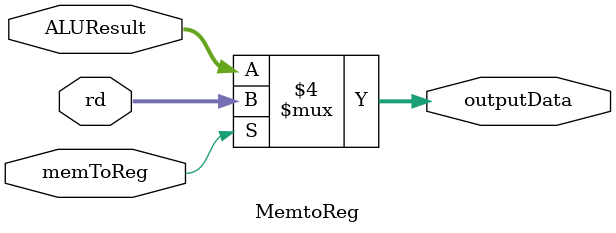
<source format=sv>
`timescale 1ns / 1ps

module MemtoReg(
  input wire [7:0] rd,   // Data Memory'den okunan deðer
  input wire [7:0] ALUResult,  // ALU'nun sonuç deðeri
  input wire memToReg,         // MUX seçim sinyali (1: readData, 0: aluResult)
  output reg [7:0] outputData   // MUX'un çýkýþý (Seçilen deðer)
);

  // 2x1 MUX
  always_comb begin
    if (memToReg == 1'b1)
      outputData <= rd;
    else
      outputData <= ALUResult;
  end

endmodule

</source>
